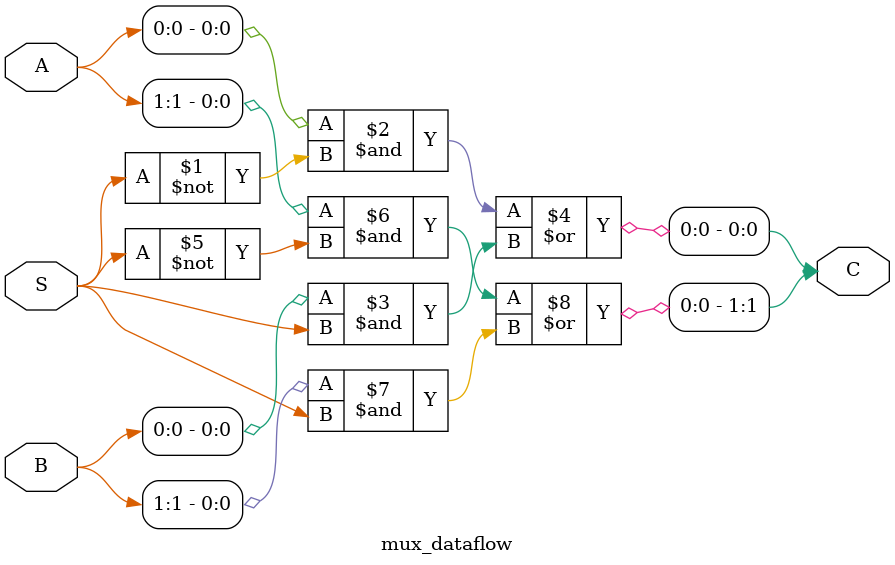
<source format=v>
`timescale 1ns / 1ps
    
module mux_dataflow(
    A,
    B,
    C,
    S);
    
    input wire[1:0]A;
    input wire[1:0]B;
    input wire[0:0]S;
    output wire[1:0]C;
   // assign #3 C = S ? A : B;
    assign #3 C[0] = (A[0] & ~S) | (B[0] & S);
    assign #3 C[1] = (A[1] & ~S) | (B[1] & S);
    
endmodule


</source>
